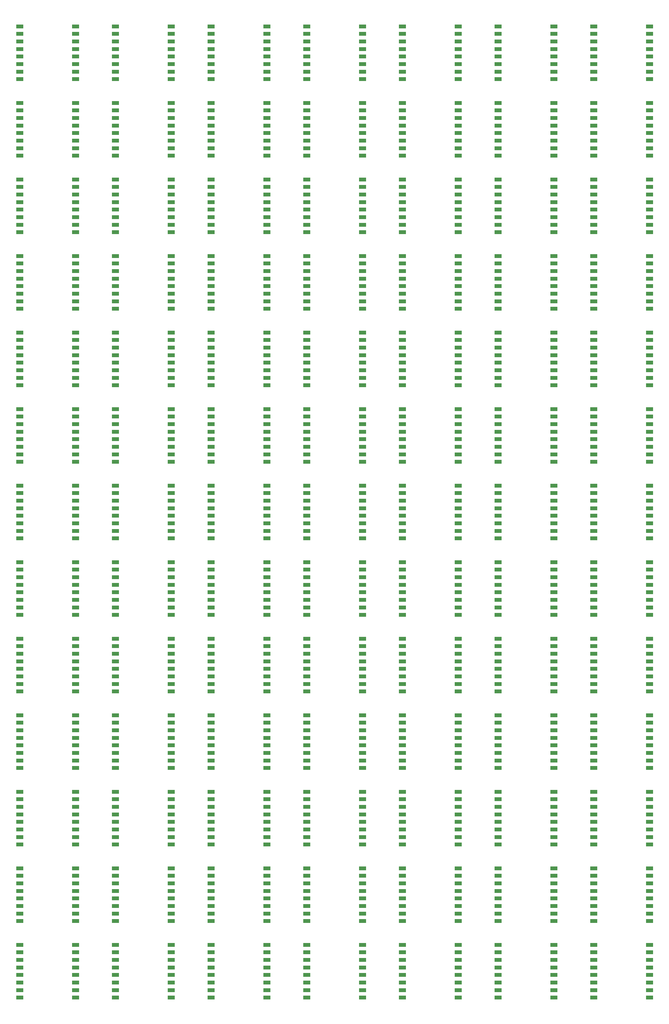
<source format=gtp>
G04 Layer_Color=8421504*
%FSLAX25Y25*%
%MOIN*%
G70*
G01*
G75*
%ADD10R,0.07700X0.04200*%
D10*
X21300Y10400D02*
D03*
Y18300D02*
D03*
Y26100D02*
D03*
Y34000D02*
D03*
Y41937D02*
D03*
Y49811D02*
D03*
Y57685D02*
D03*
Y65559D02*
D03*
X79634D02*
D03*
Y57685D02*
D03*
Y49811D02*
D03*
Y41937D02*
D03*
Y34000D02*
D03*
Y26100D02*
D03*
Y18300D02*
D03*
Y10400D02*
D03*
X79634Y90400D02*
D03*
Y98300D02*
D03*
Y106100D02*
D03*
Y114000D02*
D03*
Y121937D02*
D03*
Y129811D02*
D03*
Y137685D02*
D03*
Y145559D02*
D03*
X21300D02*
D03*
Y137685D02*
D03*
Y129811D02*
D03*
Y121937D02*
D03*
Y114000D02*
D03*
Y106100D02*
D03*
Y98300D02*
D03*
Y90400D02*
D03*
X79634Y170400D02*
D03*
Y178300D02*
D03*
Y186100D02*
D03*
Y194000D02*
D03*
Y201937D02*
D03*
Y209811D02*
D03*
Y217685D02*
D03*
Y225559D02*
D03*
X21300D02*
D03*
Y217685D02*
D03*
Y209811D02*
D03*
Y201937D02*
D03*
Y194000D02*
D03*
Y186100D02*
D03*
Y178300D02*
D03*
Y170400D02*
D03*
X79634Y250400D02*
D03*
Y258300D02*
D03*
Y266100D02*
D03*
Y274000D02*
D03*
Y281937D02*
D03*
Y289811D02*
D03*
Y297685D02*
D03*
Y305559D02*
D03*
X21300D02*
D03*
Y297685D02*
D03*
Y289811D02*
D03*
Y281937D02*
D03*
Y274000D02*
D03*
Y266100D02*
D03*
Y258300D02*
D03*
Y250400D02*
D03*
X79634Y330400D02*
D03*
Y338300D02*
D03*
Y346100D02*
D03*
Y354000D02*
D03*
Y361937D02*
D03*
Y369811D02*
D03*
Y377685D02*
D03*
Y385559D02*
D03*
X21300D02*
D03*
Y377685D02*
D03*
Y369811D02*
D03*
Y361937D02*
D03*
Y354000D02*
D03*
Y346100D02*
D03*
Y338300D02*
D03*
Y330400D02*
D03*
X79634Y410400D02*
D03*
Y418300D02*
D03*
Y426100D02*
D03*
Y434000D02*
D03*
Y441937D02*
D03*
Y449811D02*
D03*
Y457685D02*
D03*
Y465559D02*
D03*
X21300D02*
D03*
Y457685D02*
D03*
Y449811D02*
D03*
Y441937D02*
D03*
Y434000D02*
D03*
Y426100D02*
D03*
Y418300D02*
D03*
Y410400D02*
D03*
X79634Y490400D02*
D03*
Y498300D02*
D03*
Y506100D02*
D03*
Y514000D02*
D03*
Y521937D02*
D03*
Y529811D02*
D03*
Y537685D02*
D03*
Y545559D02*
D03*
X21300D02*
D03*
Y537685D02*
D03*
Y529811D02*
D03*
Y521937D02*
D03*
Y514000D02*
D03*
Y506100D02*
D03*
Y498300D02*
D03*
Y490400D02*
D03*
X79634Y570400D02*
D03*
Y578300D02*
D03*
Y586100D02*
D03*
Y594000D02*
D03*
Y601937D02*
D03*
Y609811D02*
D03*
Y617685D02*
D03*
Y625559D02*
D03*
X21300D02*
D03*
Y617685D02*
D03*
Y609811D02*
D03*
Y601937D02*
D03*
Y594000D02*
D03*
Y586100D02*
D03*
Y578300D02*
D03*
Y570400D02*
D03*
X79634Y650400D02*
D03*
Y658300D02*
D03*
Y666100D02*
D03*
Y674000D02*
D03*
Y681937D02*
D03*
Y689811D02*
D03*
Y697685D02*
D03*
Y705559D02*
D03*
X21300D02*
D03*
Y697685D02*
D03*
Y689811D02*
D03*
Y681937D02*
D03*
Y674000D02*
D03*
Y666100D02*
D03*
Y658300D02*
D03*
Y650400D02*
D03*
X79634Y730400D02*
D03*
Y738300D02*
D03*
Y746100D02*
D03*
Y754000D02*
D03*
Y761937D02*
D03*
Y769811D02*
D03*
Y777685D02*
D03*
Y785559D02*
D03*
X21300D02*
D03*
Y777685D02*
D03*
Y769811D02*
D03*
Y761937D02*
D03*
Y754000D02*
D03*
Y746100D02*
D03*
Y738300D02*
D03*
Y730400D02*
D03*
X79634Y810400D02*
D03*
Y818300D02*
D03*
Y826100D02*
D03*
Y834000D02*
D03*
Y841937D02*
D03*
Y849811D02*
D03*
Y857685D02*
D03*
Y865559D02*
D03*
X21300D02*
D03*
Y857685D02*
D03*
Y849811D02*
D03*
Y841937D02*
D03*
Y834000D02*
D03*
Y826100D02*
D03*
Y818300D02*
D03*
Y810400D02*
D03*
X79634Y890400D02*
D03*
Y898300D02*
D03*
Y906100D02*
D03*
Y914000D02*
D03*
Y921937D02*
D03*
Y929811D02*
D03*
Y937685D02*
D03*
Y945559D02*
D03*
X21300D02*
D03*
Y937685D02*
D03*
Y929811D02*
D03*
Y921937D02*
D03*
Y914000D02*
D03*
Y906100D02*
D03*
Y898300D02*
D03*
Y890400D02*
D03*
X79634Y970400D02*
D03*
Y978300D02*
D03*
Y986100D02*
D03*
Y994000D02*
D03*
Y1001937D02*
D03*
Y1009811D02*
D03*
Y1017685D02*
D03*
Y1025559D02*
D03*
X21300D02*
D03*
Y1017685D02*
D03*
Y1009811D02*
D03*
Y1001937D02*
D03*
Y994000D02*
D03*
Y986100D02*
D03*
Y978300D02*
D03*
Y970400D02*
D03*
X179634Y10400D02*
D03*
Y18300D02*
D03*
Y26100D02*
D03*
Y34000D02*
D03*
Y41937D02*
D03*
Y49811D02*
D03*
Y57685D02*
D03*
Y65559D02*
D03*
X121300D02*
D03*
Y57685D02*
D03*
Y49811D02*
D03*
Y41937D02*
D03*
Y34000D02*
D03*
Y26100D02*
D03*
Y18300D02*
D03*
Y10400D02*
D03*
X121300Y90400D02*
D03*
Y98300D02*
D03*
Y106100D02*
D03*
Y114000D02*
D03*
Y121937D02*
D03*
Y129811D02*
D03*
Y137685D02*
D03*
Y145559D02*
D03*
X179634D02*
D03*
Y137685D02*
D03*
Y129811D02*
D03*
Y121937D02*
D03*
Y114000D02*
D03*
Y106100D02*
D03*
Y98300D02*
D03*
Y90400D02*
D03*
X121300Y170400D02*
D03*
Y178300D02*
D03*
Y186100D02*
D03*
Y194000D02*
D03*
Y201937D02*
D03*
Y209811D02*
D03*
Y217685D02*
D03*
Y225559D02*
D03*
X179634D02*
D03*
Y217685D02*
D03*
Y209811D02*
D03*
Y201937D02*
D03*
Y194000D02*
D03*
Y186100D02*
D03*
Y178300D02*
D03*
Y170400D02*
D03*
X121300Y250400D02*
D03*
Y258300D02*
D03*
Y266100D02*
D03*
Y274000D02*
D03*
Y281937D02*
D03*
Y289811D02*
D03*
Y297685D02*
D03*
Y305559D02*
D03*
X179634D02*
D03*
Y297685D02*
D03*
Y289811D02*
D03*
Y281937D02*
D03*
Y274000D02*
D03*
Y266100D02*
D03*
Y258300D02*
D03*
Y250400D02*
D03*
X121300Y330400D02*
D03*
Y338300D02*
D03*
Y346100D02*
D03*
Y354000D02*
D03*
Y361937D02*
D03*
Y369811D02*
D03*
Y377685D02*
D03*
Y385559D02*
D03*
X179634D02*
D03*
Y377685D02*
D03*
Y369811D02*
D03*
Y361937D02*
D03*
Y354000D02*
D03*
Y346100D02*
D03*
Y338300D02*
D03*
Y330400D02*
D03*
X121300Y410400D02*
D03*
Y418300D02*
D03*
Y426100D02*
D03*
Y434000D02*
D03*
Y441937D02*
D03*
Y449811D02*
D03*
Y457685D02*
D03*
Y465559D02*
D03*
X179634D02*
D03*
Y457685D02*
D03*
Y449811D02*
D03*
Y441937D02*
D03*
Y434000D02*
D03*
Y426100D02*
D03*
Y418300D02*
D03*
Y410400D02*
D03*
X121300Y490400D02*
D03*
Y498300D02*
D03*
Y506100D02*
D03*
Y514000D02*
D03*
Y521937D02*
D03*
Y529811D02*
D03*
Y537685D02*
D03*
Y545559D02*
D03*
X179634D02*
D03*
Y537685D02*
D03*
Y529811D02*
D03*
Y521937D02*
D03*
Y514000D02*
D03*
Y506100D02*
D03*
Y498300D02*
D03*
Y490400D02*
D03*
X121300Y570400D02*
D03*
Y578300D02*
D03*
Y586100D02*
D03*
Y594000D02*
D03*
Y601937D02*
D03*
Y609811D02*
D03*
Y617685D02*
D03*
Y625559D02*
D03*
X179634D02*
D03*
Y617685D02*
D03*
Y609811D02*
D03*
Y601937D02*
D03*
Y594000D02*
D03*
Y586100D02*
D03*
Y578300D02*
D03*
Y570400D02*
D03*
X121300Y650400D02*
D03*
Y658300D02*
D03*
Y666100D02*
D03*
Y674000D02*
D03*
Y681937D02*
D03*
Y689811D02*
D03*
Y697685D02*
D03*
Y705559D02*
D03*
X179634D02*
D03*
Y697685D02*
D03*
Y689811D02*
D03*
Y681937D02*
D03*
Y674000D02*
D03*
Y666100D02*
D03*
Y658300D02*
D03*
Y650400D02*
D03*
X121300Y730400D02*
D03*
Y738300D02*
D03*
Y746100D02*
D03*
Y754000D02*
D03*
Y761937D02*
D03*
Y769811D02*
D03*
Y777685D02*
D03*
Y785559D02*
D03*
X179634D02*
D03*
Y777685D02*
D03*
Y769811D02*
D03*
Y761937D02*
D03*
Y754000D02*
D03*
Y746100D02*
D03*
Y738300D02*
D03*
Y730400D02*
D03*
X121300Y810400D02*
D03*
Y818300D02*
D03*
Y826100D02*
D03*
Y834000D02*
D03*
Y841937D02*
D03*
Y849811D02*
D03*
Y857685D02*
D03*
Y865559D02*
D03*
X179634D02*
D03*
Y857685D02*
D03*
Y849811D02*
D03*
Y841937D02*
D03*
Y834000D02*
D03*
Y826100D02*
D03*
Y818300D02*
D03*
Y810400D02*
D03*
X121300Y890400D02*
D03*
Y898300D02*
D03*
Y906100D02*
D03*
Y914000D02*
D03*
Y921937D02*
D03*
Y929811D02*
D03*
Y937685D02*
D03*
Y945559D02*
D03*
X179634D02*
D03*
Y937685D02*
D03*
Y929811D02*
D03*
Y921937D02*
D03*
Y914000D02*
D03*
Y906100D02*
D03*
Y898300D02*
D03*
Y890400D02*
D03*
X121300Y970400D02*
D03*
Y978300D02*
D03*
Y986100D02*
D03*
Y994000D02*
D03*
Y1001937D02*
D03*
Y1009811D02*
D03*
Y1017685D02*
D03*
Y1025559D02*
D03*
X179634D02*
D03*
Y1017685D02*
D03*
Y1009811D02*
D03*
Y1001937D02*
D03*
Y994000D02*
D03*
Y986100D02*
D03*
Y978300D02*
D03*
Y970400D02*
D03*
X279634Y10400D02*
D03*
Y18300D02*
D03*
Y26100D02*
D03*
Y34000D02*
D03*
Y41937D02*
D03*
Y49811D02*
D03*
Y57685D02*
D03*
Y65559D02*
D03*
X221300D02*
D03*
Y57685D02*
D03*
Y49811D02*
D03*
Y41937D02*
D03*
Y34000D02*
D03*
Y26100D02*
D03*
Y18300D02*
D03*
Y10400D02*
D03*
X221300Y90400D02*
D03*
Y98300D02*
D03*
Y106100D02*
D03*
Y114000D02*
D03*
Y121937D02*
D03*
Y129811D02*
D03*
Y137685D02*
D03*
Y145559D02*
D03*
X279634D02*
D03*
Y137685D02*
D03*
Y129811D02*
D03*
Y121937D02*
D03*
Y114000D02*
D03*
Y106100D02*
D03*
Y98300D02*
D03*
Y90400D02*
D03*
X221300Y170400D02*
D03*
Y178300D02*
D03*
Y186100D02*
D03*
Y194000D02*
D03*
Y201937D02*
D03*
Y209811D02*
D03*
Y217685D02*
D03*
Y225559D02*
D03*
X279634D02*
D03*
Y217685D02*
D03*
Y209811D02*
D03*
Y201937D02*
D03*
Y194000D02*
D03*
Y186100D02*
D03*
Y178300D02*
D03*
Y170400D02*
D03*
X221300Y250400D02*
D03*
Y258300D02*
D03*
Y266100D02*
D03*
Y274000D02*
D03*
Y281937D02*
D03*
Y289811D02*
D03*
Y297685D02*
D03*
Y305559D02*
D03*
X279634D02*
D03*
Y297685D02*
D03*
Y289811D02*
D03*
Y281937D02*
D03*
Y274000D02*
D03*
Y266100D02*
D03*
Y258300D02*
D03*
Y250400D02*
D03*
X221300Y330400D02*
D03*
Y338300D02*
D03*
Y346100D02*
D03*
Y354000D02*
D03*
Y361937D02*
D03*
Y369811D02*
D03*
Y377685D02*
D03*
Y385559D02*
D03*
X279634D02*
D03*
Y377685D02*
D03*
Y369811D02*
D03*
Y361937D02*
D03*
Y354000D02*
D03*
Y346100D02*
D03*
Y338300D02*
D03*
Y330400D02*
D03*
X221300Y410400D02*
D03*
Y418300D02*
D03*
Y426100D02*
D03*
Y434000D02*
D03*
Y441937D02*
D03*
Y449811D02*
D03*
Y457685D02*
D03*
Y465559D02*
D03*
X279634D02*
D03*
Y457685D02*
D03*
Y449811D02*
D03*
Y441937D02*
D03*
Y434000D02*
D03*
Y426100D02*
D03*
Y418300D02*
D03*
Y410400D02*
D03*
X221300Y490400D02*
D03*
Y498300D02*
D03*
Y506100D02*
D03*
Y514000D02*
D03*
Y521937D02*
D03*
Y529811D02*
D03*
Y537685D02*
D03*
Y545559D02*
D03*
X279634D02*
D03*
Y537685D02*
D03*
Y529811D02*
D03*
Y521937D02*
D03*
Y514000D02*
D03*
Y506100D02*
D03*
Y498300D02*
D03*
Y490400D02*
D03*
X221300Y570400D02*
D03*
Y578300D02*
D03*
Y586100D02*
D03*
Y594000D02*
D03*
Y601937D02*
D03*
Y609811D02*
D03*
Y617685D02*
D03*
Y625559D02*
D03*
X279634D02*
D03*
Y617685D02*
D03*
Y609811D02*
D03*
Y601937D02*
D03*
Y594000D02*
D03*
Y586100D02*
D03*
Y578300D02*
D03*
Y570400D02*
D03*
X221300Y650400D02*
D03*
Y658300D02*
D03*
Y666100D02*
D03*
Y674000D02*
D03*
Y681937D02*
D03*
Y689811D02*
D03*
Y697685D02*
D03*
Y705559D02*
D03*
X279634D02*
D03*
Y697685D02*
D03*
Y689811D02*
D03*
Y681937D02*
D03*
Y674000D02*
D03*
Y666100D02*
D03*
Y658300D02*
D03*
Y650400D02*
D03*
X221300Y730400D02*
D03*
Y738300D02*
D03*
Y746100D02*
D03*
Y754000D02*
D03*
Y761937D02*
D03*
Y769811D02*
D03*
Y777685D02*
D03*
Y785559D02*
D03*
X279634D02*
D03*
Y777685D02*
D03*
Y769811D02*
D03*
Y761937D02*
D03*
Y754000D02*
D03*
Y746100D02*
D03*
Y738300D02*
D03*
Y730400D02*
D03*
X221300Y810400D02*
D03*
Y818300D02*
D03*
Y826100D02*
D03*
Y834000D02*
D03*
Y841937D02*
D03*
Y849811D02*
D03*
Y857685D02*
D03*
Y865559D02*
D03*
X279634D02*
D03*
Y857685D02*
D03*
Y849811D02*
D03*
Y841937D02*
D03*
Y834000D02*
D03*
Y826100D02*
D03*
Y818300D02*
D03*
Y810400D02*
D03*
X221300Y890400D02*
D03*
Y898300D02*
D03*
Y906100D02*
D03*
Y914000D02*
D03*
Y921937D02*
D03*
Y929811D02*
D03*
Y937685D02*
D03*
Y945559D02*
D03*
X279634D02*
D03*
Y937685D02*
D03*
Y929811D02*
D03*
Y921937D02*
D03*
Y914000D02*
D03*
Y906100D02*
D03*
Y898300D02*
D03*
Y890400D02*
D03*
X221300Y970400D02*
D03*
Y978300D02*
D03*
Y986100D02*
D03*
Y994000D02*
D03*
Y1001937D02*
D03*
Y1009811D02*
D03*
Y1017685D02*
D03*
Y1025559D02*
D03*
X279634D02*
D03*
Y1017685D02*
D03*
Y1009811D02*
D03*
Y1001937D02*
D03*
Y994000D02*
D03*
Y986100D02*
D03*
Y978300D02*
D03*
Y970400D02*
D03*
X321300Y10400D02*
D03*
Y18300D02*
D03*
Y26100D02*
D03*
Y34000D02*
D03*
Y41937D02*
D03*
Y49811D02*
D03*
Y57685D02*
D03*
Y65559D02*
D03*
X379634D02*
D03*
Y57685D02*
D03*
Y49811D02*
D03*
Y41937D02*
D03*
Y34000D02*
D03*
Y26100D02*
D03*
Y18300D02*
D03*
Y10400D02*
D03*
X379634Y90400D02*
D03*
Y98300D02*
D03*
Y106100D02*
D03*
Y114000D02*
D03*
Y121937D02*
D03*
Y129811D02*
D03*
Y137685D02*
D03*
Y145559D02*
D03*
X321300D02*
D03*
Y137685D02*
D03*
Y129811D02*
D03*
Y121937D02*
D03*
Y114000D02*
D03*
Y106100D02*
D03*
Y98300D02*
D03*
Y90400D02*
D03*
X379634Y170400D02*
D03*
Y178300D02*
D03*
Y186100D02*
D03*
Y194000D02*
D03*
Y201937D02*
D03*
Y209811D02*
D03*
Y217685D02*
D03*
Y225559D02*
D03*
X321300D02*
D03*
Y217685D02*
D03*
Y209811D02*
D03*
Y201937D02*
D03*
Y194000D02*
D03*
Y186100D02*
D03*
Y178300D02*
D03*
Y170400D02*
D03*
X379634Y250400D02*
D03*
Y258300D02*
D03*
Y266100D02*
D03*
Y274000D02*
D03*
Y281937D02*
D03*
Y289811D02*
D03*
Y297685D02*
D03*
Y305559D02*
D03*
X321300D02*
D03*
Y297685D02*
D03*
Y289811D02*
D03*
Y281937D02*
D03*
Y274000D02*
D03*
Y266100D02*
D03*
Y258300D02*
D03*
Y250400D02*
D03*
X379634Y330400D02*
D03*
Y338300D02*
D03*
Y346100D02*
D03*
Y354000D02*
D03*
Y361937D02*
D03*
Y369811D02*
D03*
Y377685D02*
D03*
Y385559D02*
D03*
X321300D02*
D03*
Y377685D02*
D03*
Y369811D02*
D03*
Y361937D02*
D03*
Y354000D02*
D03*
Y346100D02*
D03*
Y338300D02*
D03*
Y330400D02*
D03*
X379634Y410400D02*
D03*
Y418300D02*
D03*
Y426100D02*
D03*
Y434000D02*
D03*
Y441937D02*
D03*
Y449811D02*
D03*
Y457685D02*
D03*
Y465559D02*
D03*
X321300D02*
D03*
Y457685D02*
D03*
Y449811D02*
D03*
Y441937D02*
D03*
Y434000D02*
D03*
Y426100D02*
D03*
Y418300D02*
D03*
Y410400D02*
D03*
X379634Y490400D02*
D03*
Y498300D02*
D03*
Y506100D02*
D03*
Y514000D02*
D03*
Y521937D02*
D03*
Y529811D02*
D03*
Y537685D02*
D03*
Y545559D02*
D03*
X321300D02*
D03*
Y537685D02*
D03*
Y529811D02*
D03*
Y521937D02*
D03*
Y514000D02*
D03*
Y506100D02*
D03*
Y498300D02*
D03*
Y490400D02*
D03*
X379634Y570400D02*
D03*
Y578300D02*
D03*
Y586100D02*
D03*
Y594000D02*
D03*
Y601937D02*
D03*
Y609811D02*
D03*
Y617685D02*
D03*
Y625559D02*
D03*
X321300D02*
D03*
Y617685D02*
D03*
Y609811D02*
D03*
Y601937D02*
D03*
Y594000D02*
D03*
Y586100D02*
D03*
Y578300D02*
D03*
Y570400D02*
D03*
X379634Y650400D02*
D03*
Y658300D02*
D03*
Y666100D02*
D03*
Y674000D02*
D03*
Y681937D02*
D03*
Y689811D02*
D03*
Y697685D02*
D03*
Y705559D02*
D03*
X321300D02*
D03*
Y697685D02*
D03*
Y689811D02*
D03*
Y681937D02*
D03*
Y674000D02*
D03*
Y666100D02*
D03*
Y658300D02*
D03*
Y650400D02*
D03*
X379634Y730400D02*
D03*
Y738300D02*
D03*
Y746100D02*
D03*
Y754000D02*
D03*
Y761937D02*
D03*
Y769811D02*
D03*
Y777685D02*
D03*
Y785559D02*
D03*
X321300D02*
D03*
Y777685D02*
D03*
Y769811D02*
D03*
Y761937D02*
D03*
Y754000D02*
D03*
Y746100D02*
D03*
Y738300D02*
D03*
Y730400D02*
D03*
X379634Y810400D02*
D03*
Y818300D02*
D03*
Y826100D02*
D03*
Y834000D02*
D03*
Y841937D02*
D03*
Y849811D02*
D03*
Y857685D02*
D03*
Y865559D02*
D03*
X321300D02*
D03*
Y857685D02*
D03*
Y849811D02*
D03*
Y841937D02*
D03*
Y834000D02*
D03*
Y826100D02*
D03*
Y818300D02*
D03*
Y810400D02*
D03*
X379634Y890400D02*
D03*
Y898300D02*
D03*
Y906100D02*
D03*
Y914000D02*
D03*
Y921937D02*
D03*
Y929811D02*
D03*
Y937685D02*
D03*
Y945559D02*
D03*
X321300D02*
D03*
Y937685D02*
D03*
Y929811D02*
D03*
Y921937D02*
D03*
Y914000D02*
D03*
Y906100D02*
D03*
Y898300D02*
D03*
Y890400D02*
D03*
X379634Y970400D02*
D03*
Y978300D02*
D03*
Y986100D02*
D03*
Y994000D02*
D03*
Y1001937D02*
D03*
Y1009811D02*
D03*
Y1017685D02*
D03*
Y1025559D02*
D03*
X321300D02*
D03*
Y1017685D02*
D03*
Y1009811D02*
D03*
Y1001937D02*
D03*
Y994000D02*
D03*
Y986100D02*
D03*
Y978300D02*
D03*
Y970400D02*
D03*
X479634Y10400D02*
D03*
Y18300D02*
D03*
Y26100D02*
D03*
Y34000D02*
D03*
Y41937D02*
D03*
Y49811D02*
D03*
Y57685D02*
D03*
Y65559D02*
D03*
X421300D02*
D03*
Y57685D02*
D03*
Y49811D02*
D03*
Y41937D02*
D03*
Y34000D02*
D03*
Y26100D02*
D03*
Y18300D02*
D03*
Y10400D02*
D03*
X421300Y90400D02*
D03*
Y98300D02*
D03*
Y106100D02*
D03*
Y114000D02*
D03*
Y121937D02*
D03*
Y129811D02*
D03*
Y137685D02*
D03*
Y145559D02*
D03*
X479634D02*
D03*
Y137685D02*
D03*
Y129811D02*
D03*
Y121937D02*
D03*
Y114000D02*
D03*
Y106100D02*
D03*
Y98300D02*
D03*
Y90400D02*
D03*
X421300Y170400D02*
D03*
Y178300D02*
D03*
Y186100D02*
D03*
Y194000D02*
D03*
Y201937D02*
D03*
Y209811D02*
D03*
Y217685D02*
D03*
Y225559D02*
D03*
X479634D02*
D03*
Y217685D02*
D03*
Y209811D02*
D03*
Y201937D02*
D03*
Y194000D02*
D03*
Y186100D02*
D03*
Y178300D02*
D03*
Y170400D02*
D03*
X421300Y250400D02*
D03*
Y258300D02*
D03*
Y266100D02*
D03*
Y274000D02*
D03*
Y281937D02*
D03*
Y289811D02*
D03*
Y297685D02*
D03*
Y305559D02*
D03*
X479634D02*
D03*
Y297685D02*
D03*
Y289811D02*
D03*
Y281937D02*
D03*
Y274000D02*
D03*
Y266100D02*
D03*
Y258300D02*
D03*
Y250400D02*
D03*
X421300Y330400D02*
D03*
Y338300D02*
D03*
Y346100D02*
D03*
Y354000D02*
D03*
Y361937D02*
D03*
Y369811D02*
D03*
Y377685D02*
D03*
Y385559D02*
D03*
X479634D02*
D03*
Y377685D02*
D03*
Y369811D02*
D03*
Y361937D02*
D03*
Y354000D02*
D03*
Y346100D02*
D03*
Y338300D02*
D03*
Y330400D02*
D03*
X421300Y410400D02*
D03*
Y418300D02*
D03*
Y426100D02*
D03*
Y434000D02*
D03*
Y441937D02*
D03*
Y449811D02*
D03*
Y457685D02*
D03*
Y465559D02*
D03*
X479634D02*
D03*
Y457685D02*
D03*
Y449811D02*
D03*
Y441937D02*
D03*
Y434000D02*
D03*
Y426100D02*
D03*
Y418300D02*
D03*
Y410400D02*
D03*
X421300Y490400D02*
D03*
Y498300D02*
D03*
Y506100D02*
D03*
Y514000D02*
D03*
Y521937D02*
D03*
Y529811D02*
D03*
Y537685D02*
D03*
Y545559D02*
D03*
X479634D02*
D03*
Y537685D02*
D03*
Y529811D02*
D03*
Y521937D02*
D03*
Y514000D02*
D03*
Y506100D02*
D03*
Y498300D02*
D03*
Y490400D02*
D03*
X421300Y570400D02*
D03*
Y578300D02*
D03*
Y586100D02*
D03*
Y594000D02*
D03*
Y601937D02*
D03*
Y609811D02*
D03*
Y617685D02*
D03*
Y625559D02*
D03*
X479634D02*
D03*
Y617685D02*
D03*
Y609811D02*
D03*
Y601937D02*
D03*
Y594000D02*
D03*
Y586100D02*
D03*
Y578300D02*
D03*
Y570400D02*
D03*
X421300Y650400D02*
D03*
Y658300D02*
D03*
Y666100D02*
D03*
Y674000D02*
D03*
Y681937D02*
D03*
Y689811D02*
D03*
Y697685D02*
D03*
Y705559D02*
D03*
X479634D02*
D03*
Y697685D02*
D03*
Y689811D02*
D03*
Y681937D02*
D03*
Y674000D02*
D03*
Y666100D02*
D03*
Y658300D02*
D03*
Y650400D02*
D03*
X421300Y730400D02*
D03*
Y738300D02*
D03*
Y746100D02*
D03*
Y754000D02*
D03*
Y761937D02*
D03*
Y769811D02*
D03*
Y777685D02*
D03*
Y785559D02*
D03*
X479634D02*
D03*
Y777685D02*
D03*
Y769811D02*
D03*
Y761937D02*
D03*
Y754000D02*
D03*
Y746100D02*
D03*
Y738300D02*
D03*
Y730400D02*
D03*
X421300Y810400D02*
D03*
Y818300D02*
D03*
Y826100D02*
D03*
Y834000D02*
D03*
Y841937D02*
D03*
Y849811D02*
D03*
Y857685D02*
D03*
Y865559D02*
D03*
X479634D02*
D03*
Y857685D02*
D03*
Y849811D02*
D03*
Y841937D02*
D03*
Y834000D02*
D03*
Y826100D02*
D03*
Y818300D02*
D03*
Y810400D02*
D03*
X421300Y890400D02*
D03*
Y898300D02*
D03*
Y906100D02*
D03*
Y914000D02*
D03*
Y921937D02*
D03*
Y929811D02*
D03*
Y937685D02*
D03*
Y945559D02*
D03*
X479634D02*
D03*
Y937685D02*
D03*
Y929811D02*
D03*
Y921937D02*
D03*
Y914000D02*
D03*
Y906100D02*
D03*
Y898300D02*
D03*
Y890400D02*
D03*
X421300Y970400D02*
D03*
Y978300D02*
D03*
Y986100D02*
D03*
Y994000D02*
D03*
Y1001937D02*
D03*
Y1009811D02*
D03*
Y1017685D02*
D03*
Y1025559D02*
D03*
X479634D02*
D03*
Y1017685D02*
D03*
Y1009811D02*
D03*
Y1001937D02*
D03*
Y994000D02*
D03*
Y986100D02*
D03*
Y978300D02*
D03*
Y970400D02*
D03*
X521300Y10400D02*
D03*
Y18300D02*
D03*
Y26100D02*
D03*
Y34000D02*
D03*
Y41937D02*
D03*
Y49811D02*
D03*
Y57685D02*
D03*
Y65559D02*
D03*
X579634D02*
D03*
Y57685D02*
D03*
Y49811D02*
D03*
Y41937D02*
D03*
Y34000D02*
D03*
Y26100D02*
D03*
Y18300D02*
D03*
Y10400D02*
D03*
X579634Y90400D02*
D03*
Y98300D02*
D03*
Y106100D02*
D03*
Y114000D02*
D03*
Y121937D02*
D03*
Y129811D02*
D03*
Y137685D02*
D03*
Y145559D02*
D03*
X521300D02*
D03*
Y137685D02*
D03*
Y129811D02*
D03*
Y121937D02*
D03*
Y114000D02*
D03*
Y106100D02*
D03*
Y98300D02*
D03*
Y90400D02*
D03*
X579634Y170400D02*
D03*
Y178300D02*
D03*
Y186100D02*
D03*
Y194000D02*
D03*
Y201937D02*
D03*
Y209811D02*
D03*
Y217685D02*
D03*
Y225559D02*
D03*
X521300D02*
D03*
Y217685D02*
D03*
Y209811D02*
D03*
Y201937D02*
D03*
Y194000D02*
D03*
Y186100D02*
D03*
Y178300D02*
D03*
Y170400D02*
D03*
X579634Y250400D02*
D03*
Y258300D02*
D03*
Y266100D02*
D03*
Y274000D02*
D03*
Y281937D02*
D03*
Y289811D02*
D03*
Y297685D02*
D03*
Y305559D02*
D03*
X521300D02*
D03*
Y297685D02*
D03*
Y289811D02*
D03*
Y281937D02*
D03*
Y274000D02*
D03*
Y266100D02*
D03*
Y258300D02*
D03*
Y250400D02*
D03*
X579634Y330400D02*
D03*
Y338300D02*
D03*
Y346100D02*
D03*
Y354000D02*
D03*
Y361937D02*
D03*
Y369811D02*
D03*
Y377685D02*
D03*
Y385559D02*
D03*
X521300D02*
D03*
Y377685D02*
D03*
Y369811D02*
D03*
Y361937D02*
D03*
Y354000D02*
D03*
Y346100D02*
D03*
Y338300D02*
D03*
Y330400D02*
D03*
X579634Y410400D02*
D03*
Y418300D02*
D03*
Y426100D02*
D03*
Y434000D02*
D03*
Y441937D02*
D03*
Y449811D02*
D03*
Y457685D02*
D03*
Y465559D02*
D03*
X521300D02*
D03*
Y457685D02*
D03*
Y449811D02*
D03*
Y441937D02*
D03*
Y434000D02*
D03*
Y426100D02*
D03*
Y418300D02*
D03*
Y410400D02*
D03*
X579634Y490400D02*
D03*
Y498300D02*
D03*
Y506100D02*
D03*
Y514000D02*
D03*
Y521937D02*
D03*
Y529811D02*
D03*
Y537685D02*
D03*
Y545559D02*
D03*
X521300D02*
D03*
Y537685D02*
D03*
Y529811D02*
D03*
Y521937D02*
D03*
Y514000D02*
D03*
Y506100D02*
D03*
Y498300D02*
D03*
Y490400D02*
D03*
X579634Y570400D02*
D03*
Y578300D02*
D03*
Y586100D02*
D03*
Y594000D02*
D03*
Y601937D02*
D03*
Y609811D02*
D03*
Y617685D02*
D03*
Y625559D02*
D03*
X521300D02*
D03*
Y617685D02*
D03*
Y609811D02*
D03*
Y601937D02*
D03*
Y594000D02*
D03*
Y586100D02*
D03*
Y578300D02*
D03*
Y570400D02*
D03*
X579634Y650400D02*
D03*
Y658300D02*
D03*
Y666100D02*
D03*
Y674000D02*
D03*
Y681937D02*
D03*
Y689811D02*
D03*
Y697685D02*
D03*
Y705559D02*
D03*
X521300D02*
D03*
Y697685D02*
D03*
Y689811D02*
D03*
Y681937D02*
D03*
Y674000D02*
D03*
Y666100D02*
D03*
Y658300D02*
D03*
Y650400D02*
D03*
X579634Y730400D02*
D03*
Y738300D02*
D03*
Y746100D02*
D03*
Y754000D02*
D03*
Y761937D02*
D03*
Y769811D02*
D03*
Y777685D02*
D03*
Y785559D02*
D03*
X521300D02*
D03*
Y777685D02*
D03*
Y769811D02*
D03*
Y761937D02*
D03*
Y754000D02*
D03*
Y746100D02*
D03*
Y738300D02*
D03*
Y730400D02*
D03*
X579634Y810400D02*
D03*
Y818300D02*
D03*
Y826100D02*
D03*
Y834000D02*
D03*
Y841937D02*
D03*
Y849811D02*
D03*
Y857685D02*
D03*
Y865559D02*
D03*
X521300D02*
D03*
Y857685D02*
D03*
Y849811D02*
D03*
Y841937D02*
D03*
Y834000D02*
D03*
Y826100D02*
D03*
Y818300D02*
D03*
Y810400D02*
D03*
X579634Y890400D02*
D03*
Y898300D02*
D03*
Y906100D02*
D03*
Y914000D02*
D03*
Y921937D02*
D03*
Y929811D02*
D03*
Y937685D02*
D03*
Y945559D02*
D03*
X521300D02*
D03*
Y937685D02*
D03*
Y929811D02*
D03*
Y921937D02*
D03*
Y914000D02*
D03*
Y906100D02*
D03*
Y898300D02*
D03*
Y890400D02*
D03*
X579634Y970400D02*
D03*
Y978300D02*
D03*
Y986100D02*
D03*
Y994000D02*
D03*
Y1001937D02*
D03*
Y1009811D02*
D03*
Y1017685D02*
D03*
Y1025559D02*
D03*
X521300D02*
D03*
Y1017685D02*
D03*
Y1009811D02*
D03*
Y1001937D02*
D03*
Y994000D02*
D03*
Y986100D02*
D03*
Y978300D02*
D03*
Y970400D02*
D03*
X679634Y10400D02*
D03*
Y18300D02*
D03*
Y26100D02*
D03*
Y34000D02*
D03*
Y41937D02*
D03*
Y49811D02*
D03*
Y57685D02*
D03*
Y65559D02*
D03*
X621300D02*
D03*
Y57685D02*
D03*
Y49811D02*
D03*
Y41937D02*
D03*
Y34000D02*
D03*
Y26100D02*
D03*
Y18300D02*
D03*
Y10400D02*
D03*
X621300Y90400D02*
D03*
Y98300D02*
D03*
Y106100D02*
D03*
Y114000D02*
D03*
Y121937D02*
D03*
Y129811D02*
D03*
Y137685D02*
D03*
Y145559D02*
D03*
X679634D02*
D03*
Y137685D02*
D03*
Y129811D02*
D03*
Y121937D02*
D03*
Y114000D02*
D03*
Y106100D02*
D03*
Y98300D02*
D03*
Y90400D02*
D03*
X621300Y170400D02*
D03*
Y178300D02*
D03*
Y186100D02*
D03*
Y194000D02*
D03*
Y201937D02*
D03*
Y209811D02*
D03*
Y217685D02*
D03*
Y225559D02*
D03*
X679634D02*
D03*
Y217685D02*
D03*
Y209811D02*
D03*
Y201937D02*
D03*
Y194000D02*
D03*
Y186100D02*
D03*
Y178300D02*
D03*
Y170400D02*
D03*
X621300Y250400D02*
D03*
Y258300D02*
D03*
Y266100D02*
D03*
Y274000D02*
D03*
Y281937D02*
D03*
Y289811D02*
D03*
Y297685D02*
D03*
Y305559D02*
D03*
X679634D02*
D03*
Y297685D02*
D03*
Y289811D02*
D03*
Y281937D02*
D03*
Y274000D02*
D03*
Y266100D02*
D03*
Y258300D02*
D03*
Y250400D02*
D03*
X621300Y330400D02*
D03*
Y338300D02*
D03*
Y346100D02*
D03*
Y354000D02*
D03*
Y361937D02*
D03*
Y369811D02*
D03*
Y377685D02*
D03*
Y385559D02*
D03*
X679634D02*
D03*
Y377685D02*
D03*
Y369811D02*
D03*
Y361937D02*
D03*
Y354000D02*
D03*
Y346100D02*
D03*
Y338300D02*
D03*
Y330400D02*
D03*
X621300Y410400D02*
D03*
Y418300D02*
D03*
Y426100D02*
D03*
Y434000D02*
D03*
Y441937D02*
D03*
Y449811D02*
D03*
Y457685D02*
D03*
Y465559D02*
D03*
X679634D02*
D03*
Y457685D02*
D03*
Y449811D02*
D03*
Y441937D02*
D03*
Y434000D02*
D03*
Y426100D02*
D03*
Y418300D02*
D03*
Y410400D02*
D03*
X621300Y490400D02*
D03*
Y498300D02*
D03*
Y506100D02*
D03*
Y514000D02*
D03*
Y521937D02*
D03*
Y529811D02*
D03*
Y537685D02*
D03*
Y545559D02*
D03*
X679634D02*
D03*
Y537685D02*
D03*
Y529811D02*
D03*
Y521937D02*
D03*
Y514000D02*
D03*
Y506100D02*
D03*
Y498300D02*
D03*
Y490400D02*
D03*
X621300Y570400D02*
D03*
Y578300D02*
D03*
Y586100D02*
D03*
Y594000D02*
D03*
Y601937D02*
D03*
Y609811D02*
D03*
Y617685D02*
D03*
Y625559D02*
D03*
X679634D02*
D03*
Y617685D02*
D03*
Y609811D02*
D03*
Y601937D02*
D03*
Y594000D02*
D03*
Y586100D02*
D03*
Y578300D02*
D03*
Y570400D02*
D03*
X621300Y650400D02*
D03*
Y658300D02*
D03*
Y666100D02*
D03*
Y674000D02*
D03*
Y681937D02*
D03*
Y689811D02*
D03*
Y697685D02*
D03*
Y705559D02*
D03*
X679634D02*
D03*
Y697685D02*
D03*
Y689811D02*
D03*
Y681937D02*
D03*
Y674000D02*
D03*
Y666100D02*
D03*
Y658300D02*
D03*
Y650400D02*
D03*
X621300Y730400D02*
D03*
Y738300D02*
D03*
Y746100D02*
D03*
Y754000D02*
D03*
Y761937D02*
D03*
Y769811D02*
D03*
Y777685D02*
D03*
Y785559D02*
D03*
X679634D02*
D03*
Y777685D02*
D03*
Y769811D02*
D03*
Y761937D02*
D03*
Y754000D02*
D03*
Y746100D02*
D03*
Y738300D02*
D03*
Y730400D02*
D03*
X621300Y810400D02*
D03*
Y818300D02*
D03*
Y826100D02*
D03*
Y834000D02*
D03*
Y841937D02*
D03*
Y849811D02*
D03*
Y857685D02*
D03*
Y865559D02*
D03*
X679634D02*
D03*
Y857685D02*
D03*
Y849811D02*
D03*
Y841937D02*
D03*
Y834000D02*
D03*
Y826100D02*
D03*
Y818300D02*
D03*
Y810400D02*
D03*
X621300Y890400D02*
D03*
Y898300D02*
D03*
Y906100D02*
D03*
Y914000D02*
D03*
Y921937D02*
D03*
Y929811D02*
D03*
Y937685D02*
D03*
Y945559D02*
D03*
X679634D02*
D03*
Y937685D02*
D03*
Y929811D02*
D03*
Y921937D02*
D03*
Y914000D02*
D03*
Y906100D02*
D03*
Y898300D02*
D03*
Y890400D02*
D03*
X621300Y970400D02*
D03*
Y978300D02*
D03*
Y986100D02*
D03*
Y994000D02*
D03*
Y1001937D02*
D03*
Y1009811D02*
D03*
Y1017685D02*
D03*
Y1025559D02*
D03*
X679634D02*
D03*
Y1017685D02*
D03*
Y1009811D02*
D03*
Y1001937D02*
D03*
Y994000D02*
D03*
Y986100D02*
D03*
Y978300D02*
D03*
Y970400D02*
D03*
M02*

</source>
